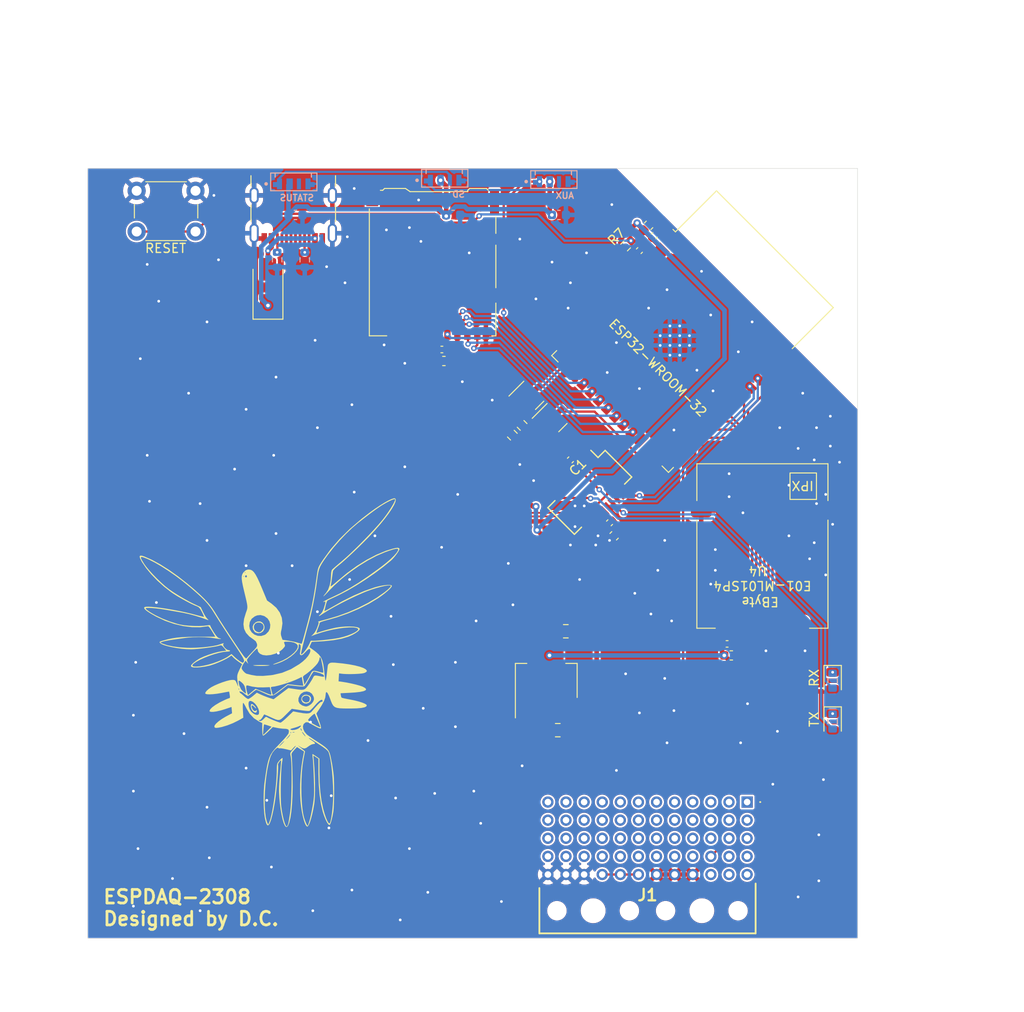
<source format=kicad_pcb>
(kicad_pcb (version 20221018) (generator pcbnew)
  (layers (0 "F.Cu" signal) (31 "B.Cu" signal) (34 "B.Paste" user) (35 "F.Paste" user) (36 "B.SilkS" user "B.Silkscreen") (37 "F.SilkS" user "F.Silkscreen") (38 "B.Mask" user) (39 "F.Mask" user) (44 "Edge.Cuts" user))
  (net 0 "")
  (net 1 "Net-(U3-3V3OUT)")
  (net 2 "+5V")
  (net 3 "GND")
  (net 4 "+3V3")
  (net 5 "/EN")
  (net 6 "CIPO")
  (net 7 "COPI")
  (net 8 "Net-(D1-A)")
  (net 9 "Net-(D2-K)")
  (net 10 "Net-(D3-K)")
  (net 11 "RPOT1")
  (net 12 "RPOT2")
  (net 13 "DIG_OUT")
  (net 14 "/ARGB")
  (net 15 "PENC_CHA")
  (net 16 "PENC_CHA{slash}")
  (net 17 "PENc_CHB")
  (net 18 "PENC_CHB{slash}")
  (net 19 "SENC_CHA")
  (net 20 "SENC_CHA{slash}")
  (net 21 "SENC_CHB")
  (net 22 "SENC_CHB{slash}")
  (net 23 "PLOAD_CELL_CLK")
  (net 24 "PLOAD_CELL_DATA")
  (net 25 "SLOAD_CELL_CLK")
  (net 26 "PWM1")
  (net 27 "PWM2")
  (net 28 "SLOAD_CELL_DATA")
  (net 30 "ENG_HALL2_IN")
  (net 35 "DIRECTION1")
  (net 36 "DIRECTION2")
  (net 37 "FBREAK_PRESSURE_IN")
  (net 38 "RBREAK_PRESSURE_IN")
  (net 39 "REAR_HALL_IN")
  (net 40 "ENG_HALL1_IN")
  (net 41 "SPK_PLUG")
  (net 42 "THERM_SENS1")
  (net 43 "THERM_SENS2")
  (net 44 "/SD2")
  (net 45 "/SD3")
  (net 46 "/SD_CMD")
  (net 47 "THERM_SENS3")
  (net 48 "/SD_CLK")
  (net 49 "THERM_SENS4")
  (net 50 "/SD0")
  (net 51 "/SD1")
  (net 52 "36V_SENS")
  (net 53 "SOLENOID_PWM_1")
  (net 54 "SOLENOID_PWM_2")
  (net 62 "/RADIO_CS")
  (net 67 "IR_SENS_TNC")
  (net 70 "SDA")
  (net 72 "/MISO")
  (net 74 "/RADIO_IRQ")
  (net 75 "SCL")
  (net 76 "CVT_TX_DAQ_RX")
  (net 77 "/RADIO_CE")
  (net 78 "/MOSI")
  (net 79 "CVT_RX_DAQ_TX")
  (net 80 "SPI_CLK")
  (net 81 "CANH")
  (net 82 "CANL")
  (net 86 "unconnected-(J1-PadE7)")
  (net 87 "Net-(J3-CC1)")
  (net 88 "/D+")
  (net 89 "/D-")
  (net 91 "Net-(J3-CC2)")
  (net 93 "Net-(Q1-B)")
  (net 94 "/RTS")
  (net 95 "Net-(Q2-B)")
  (net 96 "/DTR")
  (net 97 "/IO0")
  (net 98 "Net-(U3-CBUS1)")
  (net 99 "Net-(U3-CBUS2)")
  (net 100 "/TXD")
  (net 101 "/RXD")
  (net 108 "Net-(D4-DIN)")
  (net 110 "Net-(D7-DIN)")
  (net 111 "/SCK")
  (footprint "Capacitor_SMD:C_0402_1005Metric" (layer "F.Cu") (at 154.559 53.467 45)
    (fp_text reference "C7" hide)
    (fp_text value ".1uF")
  )
  (footprint "Capacitor_SMD:C_0402_1005Metric" (layer "F.Cu") (at 162.588 98.552)
    (fp_text reference "C14" hide)
    (fp_text value ".1uF")
  )
  (footprint "Package_TO_SOT_SMD:SOT-23" (layer "F.Cu") (at 143.355087 73.560913 45)
    (fp_text reference "Q2" hide)
    (fp_text value "MMBT3904")
  )
  (footprint "Package_SO:SSOP-20_3.9x8.7mm_P0.635mm" (layer "F.Cu") (at 147.425042 81.816003 -45)
    (fp_text reference "U3" hide)
    (fp_text value "FT231XS")
  )
  (footprint "Capacitor_SMD:C_0402_1005Metric" (layer "F.Cu") (at 149.606 85.175411 -135)
    (fp_text reference "C3" hide)
    (fp_text value ".1uF")
  )
  (footprint "Capacitor_SMD:C_0805_2012Metric" (layer "F.Cu") (at 143.891 108.077 180)
    (fp_text reference "C4" hide)
    (fp_text value "22uF")
  )
  (footprint "RF_Module:ESP32-WROOM-32" (layer "F.Cu") (at 156.653236 66.176395 -45)
    (fp_text reference "U1" hide)
    (fp_text value "ESP32-WROOM-32")
  )
  (footprint "Capacitor_SMD:C_0603_1608Metric" (layer "F.Cu") (at 153.924 52.324 45)
    (fp_text reference "C6" hide)
    (fp_text value "1uF")
  )
  (footprint "Diode_SMD:D_SMA" (layer "F.Cu") (at 111.887 59.182 90)
    (fp_text reference "D1" hide)
    (fp_text value "D")
  )
  (footprint "Resistor_SMD:R_0603_1608Metric" (layer "F.Cu") (at 151.384 54.61 45)
    (fp_text reference "R7")
    (fp_text value "10k")
  )
  (footprint "Diode_SMD:D_0805_2012Metric" (layer "F.Cu") (at 174.244 107.188 -90)
    (fp_text reference "D3" hide)
    (fp_text value "TX")
  )
  (footprint "Capacitor_SMD:C_0603_1608Metric" (layer "F.Cu") (at 163.055 99.822)
    (fp_text reference "C15" hide)
    (fp_text value "10uF")
  )
  (footprint "LOGO" (layer "F.Cu") (at 112.014 100.584)
    (fp_text reference "G***" hide)
    (fp_text value "LOGO" hide)
  )
  (footprint "Capacitor_SMD:C_0402_1005Metric" (layer "F.Cu") (at 152.908 55.118 -135)
    (fp_text reference "C10" hide)
    (fp_text value ".1uF")
  )
  (footprint "Capacitor_SMD:C_0402_1005Metric" (layer "F.Cu") (at 131.092 66.04)
    (fp_text reference "C9" hide)
    (fp_text value ".1uF")
  )
  (footprint "Diode_SMD:D_0805_2012Metric" (layer "F.Cu") (at 174.244 102.616 -90)
    (fp_text reference "D2" hide)
    (fp_text value "RX")
  )
  (footprint "Connector_USB:USB_C_Receptacle_GCT_USB4105-xx-A_16P_TopMnt_Horizontal" (layer "F.Cu") (at 114.679 50.097 180)
    (fp_text reference "J3" hide)
    (fp_text value "USB_C_Receptacle_USB2.0")
  )
  (footprint "Resistor_SMD:R_0603_1608Metric" (layer "F.Cu") (at 138.87637 75.499631 -45)
    (fp_text reference "R1" hide)
    (fp_text value "10k")
  )
  (footprint "Resistor_SMD:R_0603_1608Metric" (layer "F.Cu") (at 139.954 74.422 135)
    (fp_text reference "R4" hide)
    (fp_text value "10k")
  )
  (footprint "Capacitor_SMD:C_0402_1005Metric" (layer "F.Cu") (at 145.288 78.232 -135)
    (fp_text reference "C1")
    (fp_text value ".1uF")
  )
  (footprint "!footprints:Ebyte E01-ML01SP4" (layer "F.Cu") (at 173.728 96.82 180)
    (fp_text reference "U4")
    (fp_text value "Ebyte_E01-ML01SP4")
  )
  (footprint "!footprints:52230042" (layer "F.Cu") (at 164.8 116.016)
    (fp_text reference "J1")
    (fp_text value "5223004-2" hide)
  )
  (footprint "Package_TO_SOT_SMD:SOT-23" (layer "F.Cu") (at 140.785107 71.101949 45)
    (fp_text reference "Q1" hide)
    (fp_text value "MMBT3904")
  )
  (footprint "Package_TO_SOT_SMD:SOT-223-3_TabPin2" (layer "F.Cu") (at 142.621 102.616 90)
    (fp_text reference "U2" hide)
    (fp_text value "AMS1117")
  )
  (footprint "Button_Switch_THT:SW_PUSH_6mm" (layer "F.Cu") (at 97.386 48.514)
    (fp_text reference "SW1" hide)
    (fp_text value "RESET")
  )
  (footprint "Connector_Card:microSD_HC_Hirose_DM3AT-SF-PEJM5" (layer "F.Cu") (at 130.078 56.642 180)
    (fp_text reference "J2" hide)
    (fp_text value "Micro_SD_Card")
  )
  (footprint "Capacitor_SMD:C_0805_2012Metric" (layer "F.Cu") (at 144.78 97.155)
    (fp_text reference "C5" hide)
    (fp_text value "22uF")
  )
  (footprint "Capacitor_SMD:C_0603_1608Metric" (layer "F.Cu") (at 150.114 86.614 -135)
    (fp_text reference "C2" hide)
    (fp_text value "1uF")
  )
  (footprint "Capacitor_SMD:C_0603_1608Metric" (layer "F.Cu") (at 131.318 67.31)
    (fp_text reference "C8" hide)
    (fp_text value "1uF")
  )
  (footprint "Capacitor_SMD:C_0603_1608Metric" (layer "B.Cu") (at 132.334 51.181)
    (fp_text reference "C12" hide)
    (fp_text value "1uF")
  )
  (footprint "Resistor_SMD:R_0603_1608Metric" (layer "B.Cu") (at 112.903 56.134 -90)
    (fp_text reference "R2" hide)
    (fp_text value "5.1k")
  )
  (footprint "!footprints:LED_IN-PI42TASPRPGPB" (layer "B.Cu") (at 143.37 47.388 180)
    (fp_text reference "D9")
    (fp_text value "AUX")
  )
  (footprint "Capacitor_SMD:C_0603_1608Metric" (layer "B.Cu") (at 144.018 51.181)
    (fp_text reference "C11" hide)
    (fp_text value "1uF")
  )
  (footprint "!footprints:LED_IN-PI42TASPRPGPB" (layer "B.Cu") (at 114.65 47.642 180)
    (fp_text reference "D4")
    (fp_text value "STATUS")
  )
  (footprint "Capacitor_SMD:C_0603_1608Metric" (layer "B.Cu") (at 114.922 51.181)
    (fp_text reference "C13" hide)
    (fp_text value "1uF")
  )
  (footprint "!footprints:LED_IN-PI42TASPRPGPB" (layer "B.Cu") (at 131.318 47.244 180)
    (fp_text reference "D7")
    (fp_text value "SD")
  )
  (footprint "Resistor_SMD:R_0603_1608Metric" (layer "B.Cu") (at 115.951 56.134 -90)
    (fp_text reference "R3" hide)
    (fp_text value "5.1k")
  )
  (footprint "Resistor_SMD:R_0603_1608Metric" (layer "B.Cu") (at 174.244 107.125 -90)
    (fp_text reference "R6" hide)
    (fp_text value "1k")
  )
  (footprint "Resistor_SMD:R_0603_1608Metric" (layer "B.Cu") (at 174.244 102.616 -90)
    (fp_text reference "R5" hide)
    (fp_text value "1k")
  )
  (gr_line locked (start 91.993 46.049) (end 176.993 46.049) (stroke (width 0.05)) (layer "Edge.Cuts"))
  (gr_line locked (start 176.993 131.049) (end 91.993 131.049) (stroke (width 0.05)) (layer "Edge.Cuts"))
  (gr_line locked (start 91.993 131.049) (end 91.993 46.049) (stroke (width 0.05)) (layer "Edge.Cuts"))
  (gr_line locked (start 176.993 46.049) (end 176.993 131.049) (stroke (width 0.05)) (layer "Edge.Cuts"))
  (gr_text "ESPDAQ-2308\nDesigned by D.C.\n" (at 93.554 129.779) (layer "F.SilkS") (effects (font (size 1.5 1.5) (thickness 0.3) bold) (justify left bottom)))
  (segment (start 147.902463 83.640463) (end 148.59 84.328) (width 0.25) (layer "F.Cu") (net 1))
  (segment (start 146.709096 78.854993) (end 149.352 81.497897) (width 0.25) (layer "F.Cu") (net 1))
  (segment (start 149.352 82.042) (end 147.902463 83.491537) (width 0.25) (layer "F.Cu") (net 1))
  (segment (start 148.59 84.328) (end 148.140988 84.777013) (width 0.25) (layer "F.Cu") (net 1))
  (segment (start 149.352 81.497897) (end 149.352 82.042) (width 0.25) (layer "F.Cu") (net 1))
  (segment (start 147.902463 83.491537) (end 147.902463 83.640463) (width 0.25) (layer "F.Cu") (net 1))
  (segment (start 145.746692 77.892589) (end 146.709096 78.854993) (width 0.25) (layer "F.Cu") (net 1))
  (segment (start 150.662008 86.065992) (end 150.662008 85.552597) (width 0.5) (layer "F.Cu") (net 2))
  (segment (start 144.921 105.766) (end 148.184 105.766) (width 0.5) (layer "F.Cu") (net 2))
  (segment (start 156.337 113.919) (end 157.734 115.316) (width 0.5) (layer "F.Cu") (net 2))
  (segment (start 148.184 92.812) (end 148.184 105.766) (width 0.5) (layer "F.Cu") (net 2))
  (segment (start 111.887 61.182) (end 116.607496 61.182) (width 0.5) (layer "F.Cu") (net 2))
  (segment (start 140.449498 85.024) (end 143.952 85.024) (width 0.5) (layer "F.Cu") (net 2))
  (segment (start 150.662008 85.552597) (end 149.945411 84.836) (width 0.5) (layer "F.Cu") (net 2))
  (segment (start 144.841 108.077) (end 144.841 105.846) (width 0.5) (layer "F.Cu") (net 2))
  (segment (start 149.039013 83.929602) (end 149.945411 84.836) (width 0.25) (layer "F.Cu") (net 2))
  (segment (start 157.988 124.016) (end 158.8 124.016) (width 0.5) (layer "F.Cu") (net 2))
  (segment (start 148.184 89.256) (end 148.184 92.812) (width 0.5) (layer "F.Cu") (net 2))
  (segment (start 151.13 86.533984) (end 151.13 87.122) (width 0.5) (layer "F.Cu") (net 2))
  (segment (start 116.607496 61.182) (end 140.449498 85.024) (width 0.5) (layer "F.Cu") (net 2))
  (segment (start 148.184 105.766) (end 156.337 113.919) (width 0.5) (layer "F.Cu") (net 2))
  (segment (start 154.8 124.016) (end 157.988 124.016) (width 0.5) (layer "F.Cu") (net 2))
  (segment (start 143.002 50.94) (end 143.243 51.181) (width 0.5) (layer "F.Cu") (net 2))
  (segment (start 157.8535 115.4355) (end 157.734 115.316) (width 0.25) (layer "F.Cu") (net 2))
  (segment (start 151.13 87.122) (end 148.184 90.068) (width 0.5) (layer "F.Cu") (net 2))
  (segment (start 131.572 51.308) (end 131.572 47.976) (width 0.5) (layer "F.Cu") (net 2))
  (segment (start 131.572 47.976) (end 130.95 47.354) (width 0.5) (layer "F.Cu") (net 2))
  (segment (start 148.184 90.068) (end 148.184 92.812) (width 0.5) (layer "F.Cu") (net 2))
  (segment (start 143.952 85.024) (end 148.184 89.256) (width 0.5) (layer "F.Cu") (net 2))
  (segment (start 150.662008 86.065992) (end 151.13 86.533984) (width 0.5) (layer "F.Cu") (net 2))
  (segment (start 143.002 47.498) (end 143.002 50.94) (width 0.5) (layer "F.Cu") (net 2))
  (via (at 130.95 47.354) (size 0.8) (drill 0.4) (layers "F.Cu" "B.Cu") (net 2))
  (via (at 143.002 47.498) (size 0.8) (drill 0.4) (layers "F.Cu" "B.Cu") (net 2))
  (via (at 143.243 51.181) (size 0.8) (drill 0.4) (layers "F.Cu" "B.Cu") (net 2))
  (via (at 111.887 61.182) (size 0.8) (drill 0.4) (layers "F.Cu" "B.Cu") (net 2))
  (via (at 131.572 51.308) (size 0.8) (drill 0.4) (layers "F.Cu" "B.Cu") (net 2))
  (segment (start 116.491594 50.546) (end 116.201594 50.256) (width 0.5) (layer "B.Cu") (net 2))
  (segment (start 133.903594 50.546) (end 142.481 50.546) (width 0.5) (layer "B.Cu") (net 2))
  (segment (start 114.147 51.689) (end 114.147 47.887) (width 0.5) (layer "B.Cu") (net 2))
  (segment (start 142.481 50.546) (end 143.243 51.308) (width 0.5) (layer "B.Cu") (net 2))
  (segment (start 114.147 47.887) (end 114.282 47.752) (width 0.5) (layer "B.Cu") (net 2))
  (segment (start 133.613594 50.256) (end 133.903594 50.546) (width 0.5) (layer "B.Cu") (net 2))
  (segment (start 111.137 54.68755) (end 111.137 60.432) (width 0.5) (layer "B.Cu") (net 2))
  (segment (start 114.147 51.181) (end 114.147 51.689) (width 0.5) (layer "B.Cu") (net 2))
  (segment (start 131.572 51.288406) (end 132.604406 50.256) (width 0.5) (layer "B.Cu") (net 2))
  (segment (start 131.572 51.308) (end 130.81 50.546) (width 0.5) (layer "B.Cu") (net 2))
  (segment (start 111.137 60.432) (end 111.887 61.182) (width 0.5) (layer "B.Cu") (net 2))
  (segment (start 115.072 50.256) (end 114.147 51.181) (width 0.5) (layer "B.Cu") (net 2))
  (segment (start 132.604406 50.256) (end 133.613594 50.256) (width 0.5) (layer "B.Cu") (net 2))
  (segment (start 114.13555 51.689) (end 111.137 54.68755) (width 0.5) (layer "B.Cu") (net 2))
  (segment (start 114.147 51.689) (end 114.13555 51.689) (width 0.5) (layer "B.Cu") (net 2))
  (segment (start 130.81 50.546) (end 116.491594 50.546) (width 0.5) (layer "B.Cu") (net 2))
  (segment (start 116.201594 50.256) (end 115.072 50.256) (width 0.5) (layer "B.Cu") (net 2))
  (segment (start 149.488026 83.448026) (end 150.622 84.582) (width 0.25) (layer "F.Cu") (net 3))
  (segment (start 145.362058 80.202032) (end 145.362058 80.084058) (width 0.25) (layer "F.Cu") (net 3))
  (segment (start 154.898411 53.127589) (end 154.898411 52.202395) (width 0.25) (layer "F.Cu") (net 3))
  (segment (start 145.362058 80.084058) (end 144.272 78.994) (width 0.25) (layer "F.Cu") (net 3))
  (segment (start 149.266589 86.862605) (end 149.525984 87.122) (width 0.25) (layer "F.Cu") (net 3))
  (segment (start 154.898411 52.202395) (end 154.472008 51.775992) (width 0.25) (layer "F.Cu") (net 3))
  (segment (start 149.266589 85.514822) (end 149.266589 86.862605) (width 0.25) (layer "F.Cu") (net 3))
  (via (at 150.368 112.522) (size 0.6) (drill 0.3) (layers "F.Cu" "B.Cu") (net 3))
  (via (at 156.464 96.012) (size 0.6) (drill 0.3) (layers "F.Cu" "B.Cu") (net 3))
  (via (at 141.478 60.452) (size 0.6) (drill 0.3) (layers "F.Cu" "B.Cu") (net 3))
  (via (at 118.364 56.896) (size 0.6) (drill 0.3) (layers "F.Cu" "B.Cu") (net 3))
  (via (at 145.034 61.468) (size 0.6) (drill 0.3) (layers "F.Cu" "B.Cu") (net 3))
  (via (at 169.418 86.614) (size 0.6) (drill 0.3) (layers "F.Cu" "B.Cu") (net 3))
  (via (at 126.492 129.032) (size 0.6) (drill 0.3) (layers "F.Cu" "B.Cu") (net 3))
  (via (at 122.936 109.22) (size 0.6) (drill 0.3) (layers "F.Cu" "B.Cu") (net 3))
  (via (at 101.346 124.46) (size 0.6) (drill 0.3) (layers "F.Cu" "B.Cu") (net 3))
  (via (at 97.028 114.808) (size 0.6) (drill 0.3) (layers "F.Cu" "B.Cu") (net 3))
  (via (at 148.336 86.614) (size 0.6) (drill 0.3) (layers "F.Cu" "B.Cu") (net 3))
  (via (at 125.984 115.57) (size 0.6) (drill 0.3) (layers "F.Cu" "B.Cu") (net 3))
  (via (at 147.066 55.372) (size 0.6) (drill 0.3) (layers "F.Cu" "B.Cu") (net 3))
  (via (at 168.402 74.676) (size 0.6) (drill 0.3) (layers "F.Cu" "B.Cu") (net 3))
  (via (at 160.782 62.23) (size 0.6) (drill 0.3) (layers "F.Cu" "B.Cu") (net 3))
  (via (at 152.908 106.172) (size 0.6) (drill 0.3) (layers "F.Cu" "B.Cu") (net 3))
  (via (at 121.158 72.136) (size 0.6) (drill 0.3) (layers "F.Cu" "B.Cu") (net 3))
  (via (at 164.846 105.156) (size 0.6) (drill 0.3) (layers "F.Cu" "B.Cu") (net 3))
  (via (at 118.872 115.316) (size 0.6) (drill 0.3) (layers "F.Cu" "B.Cu") (net 3))
  (via (at 117.348 94.996) (size 0.6) (drill 0.3) (layers "F.Cu" "B.Cu") (net 3))
  (via (at 137.668 127) (size 0.6) (drill 0.3) (layers "F.Cu" "B.Cu") (net 3))
  (via (at 116.586 107.188) (size 0.6) (drill 0.3) (layers "F.Cu" "B.Cu") (net 3))
  (via (at 161.036 70.612) (size 0.6) (drill 0.3) (layers "F.Cu" "B.Cu") (net 3))
  (via (at 114.554 89.916) (size 0.6) (drill 0.3) (layers "F.Cu" "B.Cu") (net 3))
  (via (at 172.212 78.232) (size 0.6) (drill 0.3) (layers "F.Cu" "B.Cu") (net 3))
  (via (at 150.368 65.278) (size 0.6) (drill 0.3) (layers "F.Cu" "B.Cu") (net 3))
  (via (at 134.112 55.372) (size 0.6) (drill 0.3) (layers "F.Cu" "B.Cu") (net 3))
  (via (at 159.766 57.404) (size 0.6) (drill 0.3) (layers "F.Cu" "B.Cu") (net 3))
  (via (at 112.522 77.724) (size 0.6) (drill 0.3) (layers "F.Cu" "B.Cu") (net 3))
  (via (at 149.352 68.58) (size 0.6) (drill 0.3) (layers "F.Cu" "B.Cu") (net 3))
  (via (at 112.776 86.36) (size 0.6) (drill 0.3) (layers "F.Cu" "B.Cu") (net 3))
  (via (at 141.224 80.518) (size 0.6) (drill 0.3) (layers "F.Cu" "B.Cu") (net 3))
  (via (at 166.878 99.314) (size 0.6) (drill 0.3) (layers "F.Cu" "B.Cu") (net 3))
  (via (at 146.304 91.44) (size 0.6) (drill 0.3) (layers "F.Cu" "B.Cu") (net 3))
  (via (at 136.652 71.628) (size 0.6) (drill 0.3) (layers "F.Cu" "B.Cu") (net 3))
  (via (at 109.474 112.268) (size 0.6) (drill 0.3) (layers "F.Cu" "B.Cu") (net 3))
  (via (at 97.028 106.426) (size 0.6) (drill 0.3) (layers "F.Cu" "B.Cu") (net 3))
  (via (at 139.954 112.014) (size 0.6) (drill 0.3) (layers "F.Cu" "B.Cu") (net 3))
  (via (at 112.776 69.088) (size 0.6) (drill 0.3) (layers "F.Cu" "B.Cu") (net 3))
  (via (at 131.064 87.884) (size 0.6) (drill 0.3) (layers "F.Cu" "B.Cu") (net 3))
  (via (at 97.028 127.508) (size 0.6) (drill 0.3) (layers "F.Cu" "B.Cu") (net 3))
  (via (at 170.434 76.962) (size 0.6) (drill 0.3) (layers "F.Cu" "B.Cu") (net 3))
  (via (at 106.426 56.134) (size 0.6) (drill 0.3) (layers "F.Cu" "B.Cu") (net 3))
  (via (at 127 78.994) (size 0.6) (drill 0.3) (layers "F.Cu" "B.Cu") (net 3))
  (via (at 171.704 89.154) (size 0.6) (drill 0.3) (layers "F.Cu" "B.Cu") (net 3))
  (via (at 118.618 118.872) (size 0.6) (drill 0.3) (layers "F.Cu" "B.Cu") (net 3))
  (via (at 156.718 105.918) (size 0.6) (drill 0.3) (layers "F.Cu" "B.Cu") (net 3))
  (via (at 153.924 61.468) (size 0.6) (drill 0.3) (layers "F.Cu" "B.Cu") (net 3))
  (via (at 145.796 85.598) (size 0.6) (drill 0.3) (layers "F.Cu" "B.Cu") (net 3))
  (via (at 105.156 87.122) (size 0.6) (drill 0.3) (layers "F.Cu" "B.Cu") (net 3))
  (via (at 130.302 115.062) (size 0.6) (drill 0.3) (layers "F.Cu" "B.Cu") (net 3))
  (via (at 117.094 65.024) (size 0.6) (drill 0.3) (layers "F.Cu" "B.Cu") (net 3))
  (via (at 104.394 128.016) (size 0.6) (drill 0.3) (layers "F.Cu" "B.Cu") (net 3))
  (via (at 173.482 90.932) (size 0.6) (drill 0.3) (layers "F.Cu" "B.Cu") (net 3))
  (via (at 170.942 70.866) (size 0.6) (drill 0.3) (layers "F.Cu" "B.Cu") (net 3))
  (via (at 105.41 122.174) (size 0.6) (drill 0.3) (layers "F.Cu" "B.Cu") (net 3))
  (via (at 105.156 62.992) (size 0.6) (drill 0.3) (layers "F.Cu" "B.Cu") (net 3))
  (via (at 168.148 108.204) (size 0.6) (drill 0.3) (layers "F.Cu" "B.Cu") (net 3))
  (via (at 171.196 99.314) (size 0.6) (drill 0.3) (layers "F.Cu" "B.Cu") (net 3))
  (via (at 172.72 119.634) (size 0.6) (drill 0.3) (layers "F.Cu" "B.Cu") (net 3))
  (via (at 113.03 99.568) (size 0.6) (drill 0.3) (layers "F.Cu" "B.Cu") (net 3))
  (via (at 116.84 128.016) (size 0.6) (drill 0.3) (layers "F.Cu" "B.Cu") (net 3))
  (via (at 152.4 92.964) (size 0.6) (drill 0.3) (layers "F.Cu" "B.Cu") (net 3))
  (via (at 128.524 49.53) (size 0.6) (drill 0.3) (layers "F.Cu" "B.Cu") (net 3))
  (via (at 124.714 65.532) (size 0.6) (drill 0.3) (layers "F.Cu" "B.Cu") (net 3))
  (via (at 155.956 59.436) (size 0.6) (drill 0.3) (layers "F.Cu" "B.Cu") (net 3))
  (via (at 162.814 82.296) (size 0.6) (drill 0.3) (layers "F.Cu" "B.Cu") (net 3))
  (via (at 127.508 121.158) (size 0.6) (drill 0.3) (layers "F.Cu" "B.Cu") (net 3))
  (via (at 159.258 68.326) (size 0.6) (drill 0.3) (layers "F.Cu" "B.Cu") (net 3))
  (via (at 109.474 89.916) (size 0.6) (drill 0.3) (layers "F.Cu" "B.Cu") (net 3))
  (via (at 172.466 74.676) (size 0.6) (drill 0.3) (layers "F.Cu" "B.Cu") (net 3))
  (via (at 174.244 85.344) (size 0.6) (drill 0.3) (layers "F.Cu" "B.Cu") (net 3))
  (via (at 99.568 93.98) (size 0.6) (drill 0.3) (layers "F.Cu" "B.Cu") (net 3))
  (via (at 155.702 102.362) (size 0.6) (drill 0.3) (layers "F.Cu" "B.Cu") (net 3))
  (via (at 104.394 83.058) (size 0.6) (drill 0.3) (layers "F.Cu" "B.Cu") (net 3))
  (via (at 154.94 90.424) (size 0.6) (drill 0.3) (layers "F.Cu" "B.Cu") (net 3))
  (via (at 163.83 66.294) (size 0.6) (drill 0.3) (layers "F.Cu" "B.Cu") (net 3))
  (via (at 121.412 48.26) (size 0.6) (drill 0.3) (layers "F.Cu" "B.Cu") (net 3))
  (via (at 133.35 69.596) (size 0.6) (drill 0.3) (layers "F.Cu" "B.Cu") (net 3))
  (via (at 125.73 100.838) (size 0.6) (drill 0.3) (layers "F.Cu" "B.Cu") (net 3))
  (via (at 97.536 121.158) (size 0.6) (drill 0.3) (layers "F.Cu" "B.Cu") (net 3))
  (via (at 170.434 126.492) (size 0.6) (drill 0.3) (layers "F.Cu" "B.Cu") (net 3))
  (via (at 127.508 52.578) (size 0.6) (drill 0.3) (layers "F.Cu" "B.Cu") (net 3))
  (via (at 103.124 70.866) (size 0.6) (drill 0.3) (layers "F.Cu" "B.Cu") (net 3))
  (via (at 148.082 87.63) (size 0.6) (drill 0.3) (layers "F.Cu" "B.Cu") (net 3))
  (via (at 139.7 78.74) (size 0.6) (drill 0.3) (layers "F.Cu" "B.Cu") (net 3))
  (via (at 145.796 83.312) (size 0.6) (drill 0.3) (layers "F.Cu" "B.Cu") (net 3))
  (via (at 98.806 82.804) (size 0.6) (drill 0.3) (layers "F.Cu" "B.Cu") (net 3))
  (via (at 138.938 94.234) (size 0.6) (drill 0.3) (layers "F.Cu" "B.Cu") (net 3))
  (via (at 102.616 108.458) (size 0.6) (drill 0.3) (layers "F.Cu" "B.Cu") (net 3))
  (via (at 128.778 54.102) (size 0.6) (drill 0.3) (layers "F.Cu" "B.Cu") (net 3))
  (via (at 161.29 88.138) (size 0.6) (drill 0.3) (layers "F.Cu" "B.Cu") (net 3))
  (via (at 123.698 86.614) (size 0.6) (drill 0.3) (layers "F.Cu" "B.Cu") (net 3))
  (via (at 105.156 116.586) (size 0.6) (drill 0.3) (layers "F.Cu" "B.Cu") (net 3))
  (via (at 162.814 79.756) (size 0.6) (drill 0.3) (layers "F.Cu" "B.Cu") (net 3))
  (via (at 155.956 109.474) (size 0.6) (drill 0.3) (layers "F.Cu" "B.Cu") (net 3))
  (via (at 125.476 95.504) (size 0.6) (drill 0.3) (layers "F.Cu" "B.Cu") (net 3))
  (via (at 132.588 107.696) (size 0.6) (drill 0.3) (layers "F.Cu" "B.Cu") (net 3))
  (via (at 129.032 105.664) (size 0.6) (drill 0.3) (layers "F.Cu" "B.Cu") (net 3))
  (via (at 152.908 70.358) (size 0.6) (drill 0.3) (layers "F.Cu" "B.Cu") (net 3))
  (via (at 132.842 82.042) (size 0.6) (drill 0.3) (layers "F.Cu" "B.Cu") (net 3))
  (via (at 120.904 91.44) (size 0.6) (drill 0.3) (layers "F.Cu" "B.Cu") (net 3))
  (via (at 155.702 87.122) (size 0.6) (drill 0.3) (layers "F.Cu" "B.Cu") (net 3))
  (via (at 121.412 81.788) (size 0.6) (drill 0.3) (layers "F.Cu" "B.Cu") (net 3))
  (via (at 172.72 124.714) (size 0.6) (drill 0.3) (layers "F.Cu" "B.Cu") (net 3))
  (via (at 117.348 74.676) (size 0.6) (drill 0.3) (layers "F.Cu" "B.Cu") (net 3))
  (via (at 175.006 78.486) (size 0.6) (drill 0.3) (layers "F.Cu" "B.Cu") (net 3))
  (via (at 160.782 91.948) (size 0.6) (drill 0.3) (layers "F.Cu" "B.Cu") (net 3))
  (via (at 161.29 90.424) (size 0.6) (drill 0.3) (layers "F.Cu" "B.Cu") (net 3))
  (via (at 111.76 115.824) (size 0.6) (drill 0.3) (layers "F.Cu" "B.Cu") (net 3))
  (via (at 99.822 60.706) (size 0.6) (drill 0.3) (layers "F.Cu" "B.Cu") (net 3))
  (via (at 169.418 81.026) (size 0.6) (drill 0.3) (layers "F.Cu" "B.Cu") (net 3))
  (via (at 134.874 96.012) (size 0.6) (drill 0.3) (layers "F.Cu" "B.Cu") (net 3))
  (via (at 149.606 87.122) (size 0.6) (drill 0.3) (layers "F.Cu" "B.Cu") (net 3))
  (via (at 98.552 77.724) (size 0.6) (drill 0.3) (layers "F.Cu" "B.Cu") (net 3))
  (via (at 151.384 101.854) (size 0.6) (drill 0.3) (layers "F.Cu" "B.Cu") (net 3))
  (via (at 143.256 56.388) (size 0.6) (drill 0.3) (layers "F.Cu" "B.Cu") (net 3))
  (via (at 172.466 83.058) (size 0.6) (drill 0.3) (layers "F.Cu" "B.Cu") (net 3))
  (via (at 173.228 113.538) (size 0.6) (drill 0.3) (layers "F.Cu" "B.Cu") (net 3))
  (via (at 145.288 58.674) (size 0.6) (drill 0.3) (layers "F.Cu" "B.Cu") (net 3))
  (via (at 164.338 84.074) (size 0.6) (drill 0.3) (layers "F.Cu" "B.Cu") (net 3))
  (via (at 173.99 73.406) (size 0.6) (drill 0.3) (layers "F.Cu" "B.Cu") (net 3))
  (via (at 97.282 100.584) (size 0.6) (drill 0.3) (layers "F.Cu" "B.Cu") (net 3))
  (via (at 172.212 87.376) (size 0.6) (drill 0.3) (layers "F.Cu" "B.Cu") (net 3))
  (via (at 127 67.564) (size 0.6) (drill 0.3) (layers "F.Cu" "B.Cu") (net 3))
  (via (at 164.084 109.474) (size 0.6) (drill 0.3) (layers "F.Cu" "B.Cu") (net 3))
  (via (at 120.65 53.594) (size 0.6) (drill 0.3) (layers "F.Cu" "B.Cu") (net 3))
  (via (at 124.968 52.832) (size 0.6) (drill 0.3) (layers "F.Cu" "B.Cu") (net 3))
  (via (at 105.918 49.022) (size 0.6) (drill 0.3) (layers "F.Cu" "B.Cu") (net 3))
  (via (at 134.62 114.808) (size 0.6) (drill 0.3) (layers "F.Cu" "B.Cu") (net 3))
  (via (at 97.79 67.056) (size 0.6) (drill 0.3) (layers "F.Cu" "B.Cu") (net 3))
  (via (at 98.552 56.642) (size 0.6) (drill 0.3) (layers "F.Cu" "B.Cu") (net 3))
  (via (at 167.64 114.046) (size 0.6) (drill 0.3) (layers "F.Cu" "B.Cu") (net 3))
  (via (at 129.54 125.984) (size 0.6) (drill 0.3) (layers "F.Cu" "B.Cu") (net 3))
  (via (at 121.158 125.73) (size 0.6) (drill 0.3) (layers "F.Cu" "B.Cu") (net 3))
  (via (at 109.474 72.644) (size 0.6) (drill 0.3) (layers "F.Cu" "B.Cu") (net 3))
  (via (at 146.812 83.312) (size 0.6) (drill 0.3) (layers "F.Cu" "B.Cu") (net 3))
  (via (at 132.588 100.584) (size 0.6) (drill 0.3) (layers "F.Cu" "B.Cu") (net 3))
  (via (at 108.204 79.248) (size 0.6) (drill 0.3) (layers "F.Cu" "B.Cu") (net 3))
  (via (at 173.482 82.042) (size 0.6) (drill 0.3) (layers "F.Cu" "B.Cu") (net 3))
  (via (at 165.354 62.992) (size 0.6) (drill 0.3) (layers "F.Cu" "B.Cu") (net 3))
  (via (at 156.718 74.93) (size 0.6) (drill 0.3) (layers "F.Cu" "B.Cu") (net 3))
  (via (at 145.288 87.63) (size 0.6) (drill 0.3) (layers "F.Cu" "B.Cu") (net 3))
  (via (at 112.268 123.19) (size 0.6) (drill 0.3) (layers "F.Cu" "B.Cu") (net 3))
  (via (at 139.7 53.848) (size 0.6) (drill 0.3) (layers "F.Cu" "B.Cu") (net 3))
  (via (at 120.396 58.674) (size 0.6) (drill 0.3) (layers "F.Cu" "B.Cu") (net 3))
  (via (at 173.99 76.708) (size 0.6) (drill 0.3) (layers "F.Cu" "B.Cu") (net 3))
  (via (at 138.43 89.662) (size 0.6) (drill 0.3) (layers "F.Cu" "B.Cu") (net 3))
  (via (at 135.382 118.364) (size 0.6) (drill 0.3) (layers "F.Cu" "B.Cu") (net 3))
  (via (at 154.178 95.25) (size 0.6) (drill 0.3) (layers "F.Cu" "B.Cu") (net 3))
  (via (at 149.86 50.038) (size 0.6) (drill 0.3) (layers "F.Cu" "B.Cu") (net 3))
  (segment (start 145.027 47.498) (end 146.304 47.498) (width 0.25) (layer "B.Cu") (net 3))
  (segment (start 116.307 47.752) (end 117.856 47.752) (width 0.25) (layer "B.Cu") (net 3))
  (segment (start 132.975 47.354) (end 134.73 47.354) (width 0.25) (layer "B.Cu") (net 3))
  (segment (start 146.304 47.498) (end 146.431 47.625) (width 0.25) (layer "B.Cu") (net 3))
  (segment (start 134.73 47.354) (end 134.747 47.371) (width 0.25) (layer "B.Cu") (net 3))
  (segment (start 143.83 88.204) (end 143.83 97.155) (width 0.5) (layer "F.Cu") (net 4))
  (segment (start 141.478 83.3745) (end 141.132744 83.3745) (width 0.5) (layer "F.Cu") (net 4))
  (segment (start 130.612 65.971) (end 130.612 64.376) (width 0.5) (layer "F.Cu") (net 4))
  (segment (start 162.038 96.82) (end 162.038 99.58) (width 0.5) (layer "F.Cu") (net 4))
  (segment (start 166.253 103.795) (end 173.228 103.795) (width 0.5) (layer "F.Cu") (net 4))
  (segment (start 173.228 103.795) (end 172.974 103.795) (width 0.5) (layer "F.Cu") (net 4))
  (segment (start 162.28 99.822) (end 166.253 103.795) (width 0.5) (layer "F.Cu") (net 4))
  (segment (start 152.654 52.150016) (end 153.375992 52.872008) (width 0.5) (layer "F.Cu") (net 4))
  (segment (start 152.654 52.07) (end 152.654 52.150016) (width 0.5) (layer "F.Cu") (net 4))
  (segment (start 174.244 108.1255) (end 172.974 106.8555) (width 0.5) (layer "F.Cu") (net 4))
  (segment (start 142.977 99.822) (end 142.621 100.178) (width 1.5) (layer "F.Cu") (net 4))
  (segment (start 150.800637 53.885216) (end 152.615853 52.07) (width 0.5) (layer "F.Cu") (net 4))
  (segment (start 142.621 100.178) (end 142.621 105.766) (width 1.5) (layer "F.Cu") (net 4))
  (segment (start 162.038 99.58) (end 162.28 99.822) (width 0.5) (layer "F.Cu") (net 4))
  (segment (start 130.612 64.376) (end 130.603 64.367) (width 0.5) (layer "F.Cu") (net 4))
  (segment (start 152.615853 52.07) (end 152.654 52.07) (width 0.5) (layer "F.Cu") (net 4))
  (segment (start 130.556 72.797756) (end 130.556 66.053) (width 0.5) (layer "F.Cu") (net 4))
  (segment (start 141.605 85.979) (end 143.83 88.204) (width 0.5) (layer "F.Cu") (net 4))
  (segment (start 142.977 99.822) (end 143.83 98.969) (width 0.5) (layer "F.Cu") (net 4))
  (segment (start 141.132744 83.3745) (end 130.556 72.797756) (width 0.5) (layer "F.Cu") (net 4))
  (segment (start 155.401657 54.897673) (end 153.375992 52.872008) (width 0.5) (layer "F.Cu") (net 4))
  (segment (start 143.83 98.969) (end 143.83 97.155) (width 0.5) (layer "F.Cu") (net 4))
  (segment (start 172.974 106.8555) (end 172.974 103.795) (width 0.5) (layer "F.Cu") (net 4))
  (segment (start 150.800637 55.193363) (end 150.800637 53.885216) (width 0.5) (layer "F.Cu") (net 4))
  (segment (start 174.2565 103.795) (end 173.228 103.795) (width 0.5) (layer "F.Cu") (net 4))
  (via (at 141.605 85.979) (size 0.8) (drill 0.4) (layers "F.Cu" "B.Cu") (net 4))
  (via (at 141.478 83.3745) (size 0.8) (drill 0.4) (layers "F.Cu" "B.Cu") (net 4))
  (via (at 142.977 99.822) (size 0.8) (drill 0.4) (layers "F.Cu" "B.Cu") (net 4))
  (via (at 162.28 99.822) (size 0.8) (drill 0.4) (layers "F.Cu" "B.Cu") (net 4))
  (via (at 152.654 52.07) (size 0.8) (drill 0.4) (layers "F.Cu" "B.Cu") (net 4))
  (segment (start 141.478 85.852) (end 141.605 85.979) (width 0.5) (layer "B.Cu") (net 4))
  (segment (start 141.478 83.3745) (end 141.478 85.852) (width 0.5) (layer "B.Cu") (net 4))
  (segment (start 162.306 61.722) (end 152.654 52.07) (width 0.5) (layer "B.Cu") (net 4))
  (segment (start 149.86 79.502) (end 162.306 67.056) (width 0.5) (layer "B.Cu") (net 4))
  (segment (start 142.977 99.822) (end 162.28 99.822) (width 0.5) (layer "B.Cu") (net 4))
  (segment (start 162.306 67.056) (end 162.306 61.722) (width 0.5) (layer "B.Cu") (net 4))
  (segment (start 141.605 85.979) (end 148.082 79.502) (width 0.5) (layer "B.Cu") (net 4))
  (segment (start 148.082 79.502) (end 149.86 79.502) (width 0.5) (layer "B.Cu") (net 4))
  (segment (start 141.904964 70.439036) (end 141.44802 70.439036) (width 0.25) (layer "F.Cu") (net 5))
  (segment (start 135.203 51.2955) (end 134.4655 52.033) (width 0.25) (layer "F.Cu") (net 5))
  (segment (start 152.495459 54.026637) (end 153.247411 54.778589) (width 0.25) (layer "F.Cu") (net 5))
  (segment (start 131.271695 52.033) (end 130.292695 51.054) (width 0.25) (layer "F.Cu") (net 5))
  (segment (start 130.292695 51.054) (end 105.846 51.054) (width 0.25) (layer "F.Cu") (net 5))
  (segment (start 154.503631 55.951631) (end 155.033961 56.481961) (width 0.25) (layer "F.Cu") (net 5))
  (segment (start 134.4655 52.033) (end 131.271695 52.033) (width 0.25) (layer "F.Cu") (net 5))
  (segment (start 155.033961 57.310039) (end 141.904964 70.439036) (width 0.25) (layer "F.Cu") (net 5))
  (segment (start 103.886 53.014) (end 97.386 53.014) (width 0.25) (layer "F.Cu") (net 5))
  (segment (start 151.967363 54.026637) (end 152.495459 54.026637) (width 0.25) (layer "F.Cu") (net 5))
  (segment (start 105.846 51.054) (end 103.886 53.014) (width 0.25) (layer "F.Cu") (net 5))
  (segment (start 153.330589 54.778589) (end 154.503631 55.951631) (width 0.25) (layer "F.Cu") (net 5))
  (segment (start 155.033961 56.481961) (end 155.033961 57.310039) (width 0.25) (layer "F.Cu") (net 5))
  (via (at 135.203 51.2955) (size 0.6) (drill 0.3) (layers "F.Cu" "B.Cu") (net 5))
  (via (at 151.967363 54.026637) (size 0.6) (drill 0.3) (layers "F.Cu" "B.Cu") (net 5))
  (segment (start 141.737591 51.121) (end 144.643228 54.026637) (width 0.25) (layer "B.Cu") (net 5))
  (segment (start 135.203 51.2955) (end 135.3775 51.121) (width 0.25) (layer "B.Cu") (net 5))
  (segment (start 135.3775 51.121) (end 141.737591 51.121) (width 0.25) (layer "B.Cu") (net 5))
  (segment (start 144.643228 54.026637) (end 151.967363 54.026637) (width 0.25) (layer "B.Cu") (net 5))
  (segment (start 112.279 54.752) (end 112.279 53.777) (width 0.5) (layer "F.Cu") (net 8))
  (segment (start 111.887 57.182) (end 111.887 55.144) (width 0.5) (layer "F.Cu") (net 8))
  (segment (start 111.887 55.144) (end 112.279 54.752) (width 0.5) (layer "F.Cu") (net 8))
  (via (at 111.887 55.144) (size 0.6) (drill 0.3) (layers "F.Cu" "B.Cu") (net 8))
  (via (at 117.079 53.777) (size 0.6) (drill 0.3) (layers "F.Cu" "B.Cu") (net 8))
  (segment (start 113.0375 53.777) (end 111.887 54.9275) (width 0.5) (layer "B.Cu") (net 8))
  (segment (start 117.079 53.777) (end 113.0375 53.777) (width 0.5) (layer "B.Cu") (net 8))
  (segment (start 111.887 54.9275) (end 111.887 55.144) (width 0.5) (layer "B.Cu") (net 8))
  (via (at 174.244 101.6785) (size 0.6) (drill 0.3) (layers "F.Cu" "B.Cu") (net 9))
  (via (at 174.244 106.2505) (size 0.6) (drill 0.3) (layers "F.Cu" "B.Cu") (net 10))
  (segment (start 137.922 61.976) (end 137.922 49.784) (width 0.25) (layer "F.Cu") (net 14))
  (segment (start 140.208 47.498) (end 141.877 47.498) (width 0.25) (layer "F.Cu") (net 14))
  (segment (start 137.922 49.784) (end 140.208 47.498) (width 0.25) (layer "F.Cu") (net 14))
  (via (at 141.877 47.498) (size 0.6) (drill 0.3) (layers "F.Cu" "B.Cu") (net 14))
  (via (at 137.922 61.976) (size 0.6) (drill 0.3) (layers "F.Cu" "B.Cu") (net 14))
  (via (at 146.812 69.723) (size 0.6) (drill 0.3) (layers "F.Cu" "B.Cu") (net 14))
  (segment (start 137.922 62.605448) (end 145.039552 69.723) (width 0.25) (layer "B.Cu") (net 14))
  (segment (start 145.039552 69.723) (end 146.812 69.723) (width 0.25) (layer "B.Cu") (net 14))
  (segment (start 137.922 61.976) (end 137.922 62.605448) (width 0.25) (layer "B.Cu") (net 14))
  (segment (start 133.399351 61.81902) (end 132.872371 62.346) (width 0.25) (layer "F.Cu") (net 44))
  (segment (start 128.824 62.346) (end 127.303 63.867) (width 0.25) (layer "F.Cu") (net 44))
  (segment (start 127.303 63.867) (end 127.303 64.367) (width 0.25) (layer "F.Cu") (net 44))
  (segment (start 132.872371 62.346) (end 128.824 62.346) (width 0.25) (layer "F.Cu") (net 44))
  (via (at 147.687122 70.659452) (size 0.6) (drill 0.3) (layers "F.Cu" "B.Cu") (net 44))
  (via (at 133.399351 61.81902) (size 0.6) (drill 0.3) (layers "F.Cu" "B.Cu") (net 44))
  (segment (start 134.73228 62.346) (end 137.026156 62.346) (width 0.25) (layer "B.Cu") (net 44))
  (segment (start 133.399351 61.81902) (end 134.2053 61.81902) (width 0.25) (layer "B.Cu") (net 44))
  (segment (start 137.026156 62.346) (end 145.339608 70.659452) (width 0.25) (layer "B.Cu") (net 44))
  (segment (start 134.2053 61.81902) (end 134.73228 62.346) (width 0.25) (layer "B.Cu") (net 44))
  (segment (start 145.339608 70.659452) (end 147.687122 70.659452) (width 0.25) (layer "B.Cu") (net 44))
  (segment (start 133.806043 62.507356) (end 133.517399 62.796) (width 0.25) (layer "F.Cu") (net 45))
  (segment (start 128.403 64.000604) (end 128.403 64.367) (width 0.25) (layer "F.Cu") (net 45))
  (segment (start 133.517399 62.796) (end 129.607604 62.796) (width 0.25) (layer "F.Cu") (net 45))
  (segment (start 129.607604 62.796) (end 128.403 64.000604) (width 0.25) (layer "F.Cu") (net 45))
  (via (at 133.806043 62.507356) (size 0.6) (drill 0.3) (layers "F.Cu" "B.Cu") (net 45))
  (via (at 148.585148 71.557478) (size 0.6) (drill 0.3) (layers "F.Cu" "B.Cu") (net 45))
  (segment (start 137.10407 63.059604) (end 137.10407 63.06031) (width 0.25) (layer "B.Cu") (net 45))
  (segment (start 134.545884 62.796) (end 136.840466 62.796) (width 0.25) (layer "B.Cu") (net 45))
  (segment (start 137.10407 63.06031) (end 145.601238 71.557478) (width 0.25) (layer "B.Cu") (net 45))
  (segment (start 133.853116 62.621) (end 134.370884 62.621) (width 0.25) (layer "B.Cu") (net 45))
  (segment (start 133.806043 62.573927) (end 133.853116 62.621) (width 0.25) (layer "B.Cu") (net 45))
  (segment (start 133.806043 62.507356) (end 133.806043 62.573927) (width 0.25) (layer "B.Cu") (net 45))
  (segment (start 136.840466 62.796) (end 137.10407 63.059604) (width 0.25) (layer "B.Cu") (net 45))
  (segment (start 134.370884 62.621) (end 134.545884 62.796) (width 0.25) (layer "B.Cu") (net 45))
  (segment (start 145.601238 71.557478) (end 148.585148 71.557478) (width 0.25) (layer "B.Cu") (net 45))
  (segment (start 134.112 63.246) (end 129.794 63.246) (width 0.25) (layer "F.Cu") (net 46))
  (segment (start 129.794 63.246) (end 129.503 63.537) (width 0.25) (layer "F.Cu") (net 46))
  (segment (start 129.503 63.537) (end 129.503 64.367) (width 0.25) (layer "F.Cu") (net 46))
  (via (at 134.112 63.246) (size 0.6) (drill 0.3) (layers "F.Cu" "B.Cu") (net 46))
  (via (at 149.483173 72.455503) (size 0.6) (drill 0.3) (layers "F.Cu" "B.Cu") (net 46))
  (segment (start 136.65407 63.246) (end 145.863573 72.455503) (width 0.25) (layer "B.Cu") (net 46))
  (segment (start 134.112 63.246) (end 136.65407 63.246) (width 0.25) (layer "B.Cu") (net 46))
  (segment (start 145.863573 72.455503) (end 149.483173 72.455503) (width 0.25) (layer "B.Cu") (net 46))
  (via (at 131.703 64.367) (size 0.6) (drill 0.3) (layers "F.Cu" "B.Cu") (net 48))
  (via (at 150.381199 73.353529) (size 0.6) (drill 0.3) (layers "F.Cu" "B.Cu") (net 48))
  (segment (start 131.703 64.367) (end 132.106 64.77) (width 0.25) (layer "B.Cu") (net 48))
  (segment (start 146.125909 73.353529) (end 150.381199 73.353529) (width 0.25) (layer "B.Cu") (net 48))
  (segment (start 137.54238 64.77) (end 146.125909 73.353529) (width 0.25) (layer "B.Cu") (net 48))
  (segment (start 132.106 64.77) (end 137.54238 64.77) (width 0.25) (layer "B.Cu") (net 48))
  (segment (start 133.980398 64.444398) (end 133.903 64.367) (width 0.25) (layer "F.Cu") (net 50))
  (segment (start 133.985 64.449) (end 133.903 64.367) (width 0.25) (layer "F.Cu") (net 50))
  (segment (start 133.980398 65.433298) (end 133.980398 64.444398) (width 0.25) (layer "F.Cu") (net 50))
  (via (at 133.980398 65.433298) (size 0.6) (drill 0.3) (layers "F.Cu" "B.Cu") (net 50))
  (via (at 151.279224 74.251554) (size 0.6) (drill 0.3) (layers "F.Cu" "B.Cu") (net 50))
  (segment (start 133.985 65.3945) (end 133.985 65.428696) (width 0.25) (layer "B.Cu") (net 50))
  (segment (start 146.388244 74.251554) (end 151.279224 74.251554) (width 0.25) (layer "B.Cu") (net 50))
  (segment (start 133.985 65.428696) (end 133.980398 65.433298) (width 0.25) (layer "B.Cu") (net 50))
  (segment (start 133.985 65.3945) (end 134.0915 65.288) (width 0.25) (layer "B.Cu") (net 50))
  (segment (start 134.0915 65.288) (end 137.42469 65.288) (width 0.25) (layer "B.Cu") (net 50))
  (segment (start 137.42469 65.288) (end 146.388244 74.251554) (width 0.25) (layer "B.Cu") (net 50))
  (segment (start 135.003 65.53) (end 135.003 64.367) (width 0.25) (layer "F.Cu") (net 51))
  (segment (start 134.62 65.913) (end 135.003 65.53) (width 0.25) (layer "F.Cu") (net 51))
  (via (at 134.62 65.913) (size 0.6) (drill 0.3) (layers "F.Cu" "B.Cu") (net 51))
  (via (at 152.17725 75.14958) (size 0.6) (drill 0.3) (layers "F.Cu" "B.Cu") (net 51))
  (segment (start 146.65058 75.14958) (end 152.17725 75.14958) (width 0.25) (layer "B.Cu") (net 51))
  (segment (start 134.62 65.913) (end 137.414 65.913) (width 0.25) (layer "B.Cu") (net 51))
  (segment (start 137.414 65.913) (end 146.65058 75.14958) (width 0.25) (layer "B.Cu") (net 51))
  (segment (start 164.578 96.026) (end 165.804 94.8) (width 0.25) (layer "F.Cu") (net 62))
  (segment (start 163.186633 74.887681) (end 160.867323 74.887681) (width 0.25) (layer "F.Cu") (net 62))
  (segment (start 165.804 94.8) (end 165.804 77.505048) (width 0.25) (layer "F.Cu") (net 62))
  (segment (start 165.804 77.505048) (end 163.186633 74.887681) (width 0.25) (layer "F.Cu") (net 62))
  (segment (start 164.459426 74.251286) (end 167.154 76.94586) (width 0.25) (layer "F.Cu") (net 72))
  (segment (start 164.459426 71.295579) (end 164.459426 74.251286) (width 0.25) (layer "F.Cu") (net 72))
  (segment (start 167.154 76.94586) (end 167.154 94.764) (width 0.25) (layer "F.Cu") (net 72))
  (segment (start 164.183923 71.020076) (end 164.459426 71.295579) (width 0.25) (layer "F.Cu") (net 72))
  (segment (start 167.154 94.764) (end 168.388 95.998) (width 0.25) (layer "F.Cu") (net 72))
  (segment (start 167.64 69.977) (end 164.909426 72.707574) (width 0.25) (layer "F.Cu") (net 74))
  (segment (start 167.64 69.088) (end 167.64 69.977) (width 0.25) (layer "F.Cu") (net 74))
  (segment (start 166.878 68.326) (end 167.64 69.088) (width 0.25) (layer "F.Cu") (net 74))
  (segment (start 164.909426 74.06489) (end 167.604 76.759464) (width 0.25) (layer "F.Cu") (net 74))
  (segment (start 167.604 94.198) (end 169.658 96.252) (width 0.25) (layer "F.Cu") (net 74))
  (segment (start 164.909426 72.707574) (end 164.909426 74.06489) (width 0.25) (layer "F.Cu") (net 74))
  (segment (start 167.604 76.759464) (end 167.604 94.198) (width 0.25) (layer "F.Cu") (net 74))
  (segment (start 157.734 109.982) (end 157.734 78.99028) (width 0.25) (layer "F.Cu") (net 76))
  (segment (start 161.7465 113.9945) (end 157.734 109.982) (width 0.25) (layer "F.Cu") (net 76))
  (segment (start 161.7465 121.0695) (end 161.7465 113.9945) (width 0.25) (layer "F.Cu") (net 76))
  (segment (start 159.071272 77.653008) (end 159.071272 76.683732) (width 0.25) (layer "F.Cu") (net 76))
  (segment (start 157.734 78.99028) (end 159.071272 77.653008) (width 0.25) (layer "F.Cu") (net 76))
  (segment (start 160.8 122.016) (end 161.7465 121.0695) (width 0.25) (layer "F.Cu") (net 76))
  (segment (start 165.354 94.241519) (end 163.308 96.287519) (width 0.25) (layer "F.Cu") (net 77))
  (segment (start 165.354 77.691444) (end 165.354 94.241519) (width 0.25) (layer "F.Cu") (net 77))
  (segment (start 163.448263 75.785707) (end 165.354 77.691444) (width 0.25) (layer "F.Cu") (net 77))
  (segment (start 159.969297 75.785707) (end 163.448263 75.785707) (width 0.25) (layer "F.Cu") (net 77))
  (segment (start 159.693795 75.510205) (end 159.969297 75.785707) (width 0.25) (layer "F.Cu") (net 77))
  (segment (start 166.704 95.076) (end 167.118 95.49) (width 0.25) (layer "F.Cu") (net 78))
  (segment (start 167.118 95.49) (end 167.118 96.82) (width 0.25) (layer "F.Cu") (net 78))
  (segment (start 162.387872 72.816128) (end 166.704 77.132256) (width 0.25) (layer "F.Cu") (net 78))
  (segment (start 166.704 77.132256) (end 166.704 95.076) (width 0.25) (layer "F.Cu") (net 78))
  (segment (start 148.8 124.016) (end 152.8 124.016) (width 0.25) (layer "F.Cu") (net 86))
  (segment (start 115.929 55.286997) (end 115.951002 55.308999) (width 0.25) (layer "F.Cu") (net 87))
  (segment (start 115.929 53.777) (end 115.929 55.286997) (width 0.25) (layer "F.Cu") (net 87))
  (via (at 115.951002 55.308999) (size 0.6) (drill 0.3) (layers "F.Cu" "B.Cu") (net 87))
  (segment (start 114.879 52.902) (end 114.929 52.952) (width 0.2) (layer "F.Cu") (net 88))
  (segment (start 140.677315 84.474) (end 146.041924 84.474) (width 0.2) (layer "F.Cu") (net 88))
  (segment (start 114.929 52.952) (end 114.929 53.777) (width 0.2) (layer "F.Cu") (net 88))
  (segment (start 113.929 52.952) (end 113.979 52.902) (width 0.2) (layer "F.Cu") (net 88))
  (segment (start 113.929 53.777) (end 113.929 57.725686) (width 0.2) (layer "F.Cu") (net 88))
  (segment (start 113.929 53.777) (end 113.929 52.952) (width 0.2) (layer "F.Cu") (net 88))
  (segment (start 113.929 57.725686) (end 140.677315 84.474) (width 0.2) (layer "F.Cu") (net 88))
  (segment (start 146.041924 84.474) (end 147.242962 85.675038) (width 0.2) (layer "F.Cu") (net 88))
  (segment (start 113.979 52.902) (end 114.879 52.902) (width 0.2) (layer "F.Cu") (net 88))
  (segment (start 114.479 54.652) (end 115.379 54.652) (width 0.2) (layer "F.Cu") (net 89))
  (segment (start 140.843 84.074) (end 146.53995 84.074) (width 0.2) (layer "F.Cu") (net 89))
  (segment (start 115.379 54.652) (end 115.429 54.602) (width 0.2) (layer "F.Cu") (net 89))
  (segment (start 114.404 54.664501) (end 114.404 57.635) (width 0.2) (layer "F.Cu") (net 89))
  (segment (start 114.429 54.639501) (end 114.404 54.664501) (width 0.2) (layer "F.Cu") (net 89))
  (segment (start 114.429 53.777) (end 114.429 54.602) (width 0.2) (layer "F.Cu") (net 89))
  (segment (start 115.429 54.602) (end 115.429 53.777) (width 0.2) (layer "F.Cu") (net 89))
  (segment (start 114.429 53.777) (end 114.429 54.639501) (width 0.2) (layer "F.Cu") (net 89))
  (segment (start 114.404 57.635) (end 140.843 84.074) (width 0.2) (layer "F.Cu") (net 89))
  (segment (start 146.53995 84.074) (end 147.691975 85.226025) (width 0.2) (layer "F.Cu") (net 89))
  (segment (start 114.429 54.602) (end 114.479 54.652) (width 0.2) (layer "F.Cu") (net 89))
  (segment (start 112.929 55.282998) (end 112.902998 55.309) (width 0.25) (layer "F.Cu") (net 91))
  (segment (start 112.929 53.777) (end 112.929 55.282998) (width 0.25) (layer "F.Cu") (net 91))
  (via (at 112.902998 55.309) (size 0.6) (drill 0.3) (layers "F.Cu" "B.Cu") (net 91))
  (segment (start 138.293007 72.250546) (end 139.450443 71.09311) (width 0.25) (layer "F.Cu") (net 93))
  (segment (start 138.293007 74.916268) (end 138.293007 72.250546) (width 0.25) (layer "F.Cu") (net 93))
  (segment (start 138.598857 76.353489) (end 138.598857 75.66125) (width 0.25) (layer "F.Cu") (net 94))
  (segment (start 139.946434 76.621598) (end 139.624162 76.94387) (width 0.25) (layer "F.Cu") (net 94))
  (segment (start 139.189238 76.94387) (end 138.598857 76.353489) (width 0.25) (layer "F.Cu") (net 94))
  (segment (start 147.158109 78.405981) (end 145.373726 76.621598) (width 0.25) (layer "F.Cu") (net 94))
  (segment (start 145.373726 76.621598) (end 139.946434 76.621598) (width 0.25) (layer "F.Cu") (net 94))
  (segment (start 138.598857 75.66125) (end 139.370637 74.88947) (width 0.25) (layer "F.Cu") (net 94))
  (segment (start 140.793946 72.436613) (end 139.718436 73.512122) (width 0.25) (layer "F.Cu") (net 94))
  (segment (start 139.624162 76.94387) (end 139.189238 76.94387) (width 0.25) (layer "F.Cu") (net 94))
  (segment (start 139.370637 74.88947) (end 139.370637 73.864164) (width 0.25) (layer "F.Cu") (net 94))
  (segment (start 140.562891 75.005363) (end 142.01618 73.552074) (width 0.25) (layer "F.Cu") (net 95))
  (segment (start 143.363925 74.895577) (end 142.176508 76.082994) (width 0.25) (layer "F.Cu") (net 96))
  (segment (start 147.607122 77.956968) (end 144.545731 74.895577) (width 0.25) (layer "F.Cu") (net 96))
  (segment (start 142.176508 76.082994) (end 139.459733 76.082994) (width 0.25) (layer "F.Cu") (net 96))
  (segment (start 144.545731 74.895577) (end 143.363926 74.895577) (width 0.25) (layer "F.Cu") (net 96))
  (segment (start 147.955 72.898) (end 144.018 72.898) (width 0.25) (layer "F.Cu") (net 97))
  (segment (start 156.999718 78.204281) (end 153.261281 78.204281) (width 0.25) (layer "F.Cu") (net 97))
  (segment (start 153.261281 78.204281) (end 147.955 72.898) (width 0.25) (layer "F.Cu") (net 97))
  (segment (start 151.13 84.074) (end 151.030078 84.074) (width 0.25) (layer "F.Cu") (net 98))
  (segment (start 151.030078 84.074) (end 149.937039 82.980961) (width 0.25) (layer "F.Cu") (net 98))
  (via (at 151.13 84.074) (size 0.6) (drill 0.3) (layers "F.Cu" "B.Cu") (net 98))
  (segment (start 151.13 84.074) (end 151.305 84.249) (width 0.25) (layer "B.Cu") (net 98))
  (segment (start 173.424 102.621) (end 174.244 103.441) (width 0.25) (layer "B.Cu") (net 98))
  (segment (start 161.211 84.249) (end 173.424 96.462) (width 0.25) (layer "B.Cu") (net 98))
  (segment (start 151.305 84.249) (end 161.211 84.249) (width 0.25) (layer "B.Cu") (net 98))
  (segment (start 173.424 96.462) (end 173.424 102.621) (width 0.25) (layer "B.Cu") (net 98))
  (segment (start 144.007679 82.439755) (end 143.566007 81.998083) (width 0.25) (layer "F.Cu") (net 99))
  (segment (start 147.513411 82.489411) (end 147.463755 82.439755) (width 0.25) (layer "F.Cu") (net 99))
  (segment (start 147.463755 82.439755) (end 144.007679 82.439755) (width 0.25) (layer "F.Cu") (net 99))
  (via (at 147.513411 82.489411) (size 0.6) (drill 0.3) (layers "F.Cu" "B.Cu") (net 99))
  (segment (start 172.974 106.68) (end 172.974 96.648396) (width 0.25) (layer "B.Cu") (net 99))
  (segment (start 148.316375 82.489411) (end 147.513411 82.489411) (width 0.25) (layer "B.Cu") (net 99))
  (segment (start 174.244 107.95) (end 172.974 106.68) (width 0.25) (layer "B.Cu") (net 99))
  (segment (start 150.525964 84.699) (end 148.316375 82.489411) (width 0.25) (layer "B.Cu") (net 99))
  (segment (start 172.974 96.648396) (end 161.024604 84.699) (width 0.25) (layer "B.Cu") (net 99))
  (segment (start 161.024604 84.699) (end 150.525964 84.699) (width 0.25) (layer "B.Cu") (net 99))
  (segment (start 152.908 82.1795) (end 151.829654 82.1795) (width 0.25) (layer "F.Cu") (net 100))
  (segment (start 151.829654 82.1795) (end 151.284077 81.633923) (width 0.25) (layer "F.Cu") (net 100))
  (via (at 152.908 82.1795) (size 0.6) (drill 0.3) (layers "F.Cu" "B.Cu") (net 100))
  (via (at 165.1 70.104) (size 0.6) (drill 0.3) (layers "F.Cu" "B.Cu") (net 100))
  (segment (start 152.908 82.1795) (end 153.0825 82.354) (width 0.25) (layer "B.Cu") (net 100))
  (segment (start 165.529974 70.533974) (end 165.1 70.104) (width 0.25) (layer "B.Cu") (net 100))
  (segment (start 165.529974 71.452026) (end 165.529974 70.533974) (width 0.25) (layer "B.Cu") (net 100))
  (segment (start 154.628 82.354) (end 165.529974 71.452026) (width 0.25) (layer "B.Cu") (net 100))
  (segment (start 153.0825 82.354) (end 154.628 82.354) (width 0.25) (layer "B.Cu") (net 100))
  (segment (start 148.4735 81.515948) (end 146.261558 79.304006) (width 0.25) (layer "F.Cu") (net 101))
  (via (at 148.4735 81.515948) (size 0.6) (drill 0.3) (layers "F.Cu" "B.Cu") (net 101))
  (via (at 165.979974 69.224025) (size 0.6) (drill 0.3) (layers "F.Cu" "B.Cu") (net 101))
  (segment (start 148.486874 81.515948) (end 149.774926 82.804) (width 0.25) (layer "B.Cu") (net 101))
  (segment (start 154.814396 82.804) (end 165.979974 71.638422) (width 0.25) (layer "B.Cu") (net 101))
  (segment (start 165.979974 71.638422) (end 165.979974 69.224025) (width 0.25) (layer "B.Cu") (net 101))
  (segment (start 148.4735 81.515948) (end 148.486874 81.515948) (width 0.25) (layer "B.Cu") (net 101))
  (segment (start 149.774926 82.804) (end 154.814396 82.804) (width 0.25) (layer "B.Cu") (net 101))
  (segment (start 113.157 47.117) (end 113.157 47.752) (width 0.25) (layer "B.Cu") (net 108))
  (segment (start 113.85 46.424) (end 113.157 47.117) (width 0.25) (layer "B.Cu") (net 108))
  (segment (start 131.975 46.779) (end 131.62 46.424) (width 0.25) (layer "B.Cu") (net 108))
  (segment (start 131.975 47.354) (end 131.975 46.779) (width 0.25) (layer "B.Cu") (net 108))
  (segment (start 131.62 46.424) (end 113.85 46.424) (width 0.25) (layer "B.Cu") (net 108))
  (segment (start 129.825 47.91) (end 129.825 47.354) (width 0.25) (layer "B.Cu") (net 110))
  (segment (start 143.947 48.428) (end 130.343 48.428) (width 0.25) (layer "B.Cu") (net 110))
  (segment (start 144.027 47.498) (end 144.027 48.348) (width 0.25) (layer "B.Cu") (net 110))
  (segment (start 144.027 48.348) (end 143.947 48.428) (width 0.25) (layer "B.Cu") (net 110))
  (segment (start 130.343 48.428) (end 129.825 47.91) (width 0.25) (layer "B.Cu") (net 110))
  (segment (start 161.765349 73.989656) (end 162.925004 73.989656) (width 0.25) (layer "F.Cu") (net 111))
  (segment (start 166.254 77.318652) (end 166.254 94.986396) (width 0.25) (layer "F.Cu") (net 111))
  (segment (start 166.254 94.986396) (end 165.848 95.392396) (width 0.25) (layer "F.Cu") (net 111))
  (segment (start 162.925004 73.989656) (end 166.254 77.318652) (width 0.25) (layer "F.Cu") (net 111))
  (segment (start 165.848 95.392396) (end 165.848 96.82) (width 0.25) (layer "F.Cu") (net 111))
  (zone (net 2) (net_name "+5V") (layer "F.Cu") (name "5v") (priority 2) (connect_pads (clearance 0.2)) (min_thickness 0.25) (fill yes (thermal_gap 0.5) (thermal_bridge_width 0.5))
    (polygon (pts (xy 153.416 113.792) (xy 153.416 125.73) (xy 160.02 125.73) (xy 160.02 113.792)))
  )
  (zone (net 3) (net_name "GND") (layers "F&B.Cu") (connect_pads (clearance 0.2)) (min_thickness 0.25) (fill yes (thermal_gap 0.5) (thermal_bridge_width 0.5))
    (polygon (pts (xy 82.296 38.1) (xy 82.296 135.128) (xy 86.36 139.192) (xy 185.166 139.192) (xy 187.706 136.652) (xy 187.706 40.894) (xy 182.372 35.56) (xy 84.836 35.56)))
  )
)
</source>
